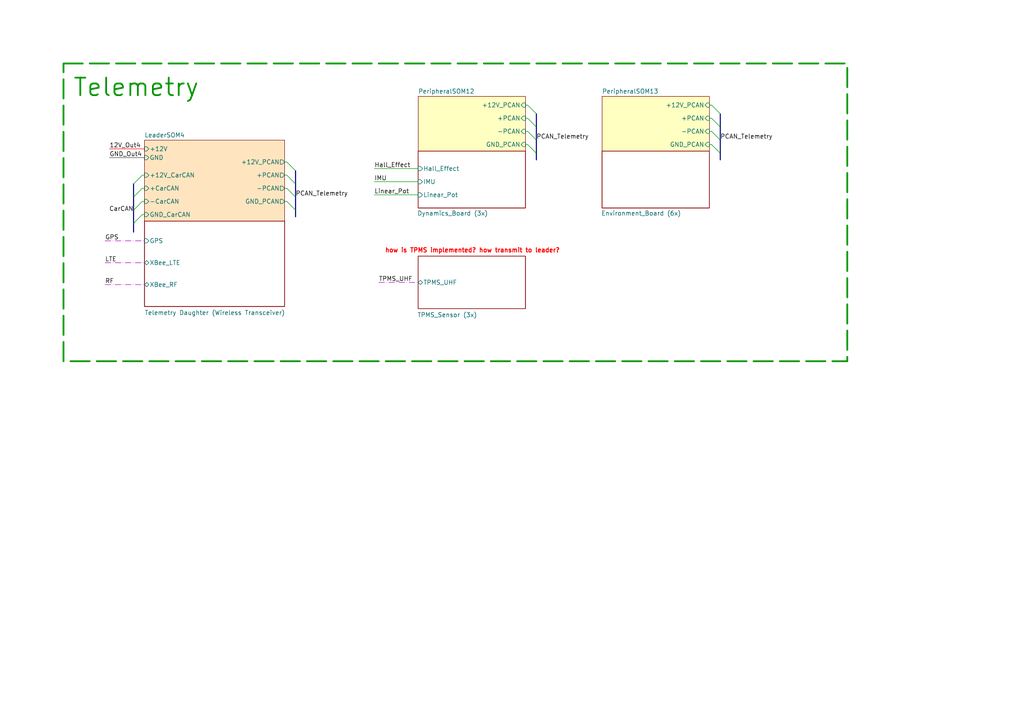
<source format=kicad_sch>
(kicad_sch
	(version 20250114)
	(generator "eeschema")
	(generator_version "9.0")
	(uuid "d893ef31-0b07-4cde-a9e1-7c4e4ab5bafc")
	(paper "A4")
	(lib_symbols)
	(rectangle
		(start 18.415 18.415)
		(end 245.745 104.775)
		(stroke
			(width 0.508)
			(type dash)
			(color 3 143 0 1)
		)
		(fill
			(type none)
		)
		(uuid 5a10ff8c-16bd-4720-98ef-343208b262f5)
	)
	(text "how is TPMS implemented? how transmit to leader?"
		(exclude_from_sim no)
		(at 137.033 72.771 0)
		(effects
			(font
				(size 1.27 1.27)
				(thickness 0.254)
				(bold yes)
				(color 254 0 0 1)
			)
		)
		(uuid "1c442ec6-43cb-4428-956c-9668909eccba")
	)
	(text "Telemetry"
		(exclude_from_sim no)
		(at 39.497 25.527 0)
		(effects
			(font
				(size 5.08 5.08)
				(thickness 0.508)
				(bold yes)
				(color 3 143 0 1)
			)
		)
		(uuid "eb376dc1-e288-4849-b41f-c9bf86cc1255")
	)
	(bus_entry
		(at 153.035 30.48)
		(size 2.54 2.54)
		(stroke
			(width 0)
			(type default)
		)
		(uuid "11c21524-0156-4ea9-a3b1-f7bef323baa5")
	)
	(bus_entry
		(at 38.735 60.96)
		(size 2.54 -2.54)
		(stroke
			(width 0)
			(type default)
		)
		(uuid "1b26485d-45b8-49af-981b-2218d5c5a5a2")
	)
	(bus_entry
		(at 206.375 34.29)
		(size 2.54 2.54)
		(stroke
			(width 0)
			(type default)
		)
		(uuid "2538ea3c-7a66-4c32-b6ac-4ebdc20ba695")
	)
	(bus_entry
		(at 153.035 41.91)
		(size 2.54 2.54)
		(stroke
			(width 0)
			(type default)
		)
		(uuid "2fa0395e-2f97-45db-a857-0dc91bd3876b")
	)
	(bus_entry
		(at 153.035 38.1)
		(size 2.54 2.54)
		(stroke
			(width 0)
			(type default)
		)
		(uuid "3543573c-f4c7-4054-bf88-42715e460224")
	)
	(bus_entry
		(at 83.185 54.61)
		(size 2.54 2.54)
		(stroke
			(width 0)
			(type default)
		)
		(uuid "3c8677e9-6d18-492e-adb0-8ef01ec9469a")
	)
	(bus_entry
		(at 38.735 57.15)
		(size 2.54 -2.54)
		(stroke
			(width 0)
			(type default)
		)
		(uuid "49326323-7c04-41a7-9ee1-cc09a1b21349")
	)
	(bus_entry
		(at 83.185 46.99)
		(size 2.54 2.54)
		(stroke
			(width 0)
			(type default)
		)
		(uuid "5758671c-d199-4fc7-9d11-c36fd57fe4a5")
	)
	(bus_entry
		(at 38.735 53.34)
		(size 2.54 -2.54)
		(stroke
			(width 0)
			(type default)
		)
		(uuid "624a3c53-b91e-4f3e-b7c0-5e4ef2d4bef9")
	)
	(bus_entry
		(at 153.035 34.29)
		(size 2.54 2.54)
		(stroke
			(width 0)
			(type default)
		)
		(uuid "7adb3b82-150f-49a6-a719-dccbc9b1a813")
	)
	(bus_entry
		(at 206.375 38.1)
		(size 2.54 2.54)
		(stroke
			(width 0)
			(type default)
		)
		(uuid "89244f88-f9bf-4be7-8703-22abc2c5b749")
	)
	(bus_entry
		(at 83.185 50.8)
		(size 2.54 2.54)
		(stroke
			(width 0)
			(type default)
		)
		(uuid "a15e4224-2c39-4a60-9060-0ea1953fe6b4")
	)
	(bus_entry
		(at 38.735 64.77)
		(size 2.54 -2.54)
		(stroke
			(width 0)
			(type default)
		)
		(uuid "ac4efa16-b12f-4dff-9aa2-40d1fcf24dd3")
	)
	(bus_entry
		(at 206.375 30.48)
		(size 2.54 2.54)
		(stroke
			(width 0)
			(type default)
		)
		(uuid "b3a95262-efb0-4ceb-8e79-6a674e87182e")
	)
	(bus_entry
		(at 206.375 41.91)
		(size 2.54 2.54)
		(stroke
			(width 0)
			(type default)
		)
		(uuid "b466d02a-3bc4-415b-a111-82f9beafc5c1")
	)
	(bus_entry
		(at 83.185 58.42)
		(size 2.54 2.54)
		(stroke
			(width 0)
			(type default)
		)
		(uuid "dcde43fa-f1bf-44e3-8cc9-793a3f31aaec")
	)
	(wire
		(pts
			(xy 82.55 54.61) (xy 83.185 54.61)
		)
		(stroke
			(width 0)
			(type default)
		)
		(uuid "0e3d3ca1-0978-44a2-930b-c1378fa3fa50")
	)
	(bus
		(pts
			(xy 38.735 60.96) (xy 38.735 64.77)
		)
		(stroke
			(width 0)
			(type default)
		)
		(uuid "123b44a2-befd-449e-9467-7f0e8c4846a4")
	)
	(bus
		(pts
			(xy 85.725 57.15) (xy 85.725 60.96)
		)
		(stroke
			(width 0)
			(type default)
		)
		(uuid "148441a4-4262-41aa-9d03-95d49436ff7a")
	)
	(bus
		(pts
			(xy 155.575 44.45) (xy 155.575 46.355)
		)
		(stroke
			(width 0)
			(type default)
		)
		(uuid "16969233-5280-4256-b478-f6884ed077e4")
	)
	(wire
		(pts
			(xy 41.275 54.61) (xy 41.91 54.61)
		)
		(stroke
			(width 0)
			(type default)
		)
		(uuid "17478d66-09c9-45b6-8984-16eb76cc7522")
	)
	(bus
		(pts
			(xy 85.725 53.34) (xy 85.725 57.15)
		)
		(stroke
			(width 0)
			(type default)
		)
		(uuid "1b3a01b9-4c37-4d72-857c-37cc87b67717")
	)
	(bus
		(pts
			(xy 38.735 57.15) (xy 38.735 60.96)
		)
		(stroke
			(width 0)
			(type default)
		)
		(uuid "1e2f33b4-1143-4937-b00f-87d6fb68438f")
	)
	(bus
		(pts
			(xy 208.915 44.45) (xy 208.915 46.355)
		)
		(stroke
			(width 0)
			(type default)
		)
		(uuid "2f6bee80-5526-45f1-b12a-7ec4ec12dc35")
	)
	(wire
		(pts
			(xy 108.585 56.515) (xy 121.285 56.515)
		)
		(stroke
			(width 0)
			(type default)
		)
		(uuid "3771301b-bbe0-47ec-9041-4364ae6383f5")
	)
	(bus
		(pts
			(xy 155.575 36.83) (xy 155.575 40.64)
		)
		(stroke
			(width 0)
			(type default)
		)
		(uuid "40bffe81-a009-4a32-b90f-e125d472ea07")
	)
	(wire
		(pts
			(xy 82.55 46.99) (xy 83.185 46.99)
		)
		(stroke
			(width 0)
			(type default)
		)
		(uuid "4721a4e0-14e8-4bb8-a3e0-d899545617e7")
	)
	(wire
		(pts
			(xy 108.585 48.895) (xy 121.285 48.895)
		)
		(stroke
			(width 0)
			(type default)
		)
		(uuid "474e8518-99dd-4837-b444-56b9364f3540")
	)
	(bus
		(pts
			(xy 85.725 60.96) (xy 85.725 62.865)
		)
		(stroke
			(width 0)
			(type default)
		)
		(uuid "4f50d8b1-7c4c-4b1d-9577-5aab43de04d9")
	)
	(bus
		(pts
			(xy 155.575 33.02) (xy 155.575 36.83)
		)
		(stroke
			(width 0)
			(type default)
		)
		(uuid "53b1a52d-d905-4029-b71f-cb056b39e2c0")
	)
	(wire
		(pts
			(xy 108.585 52.705) (xy 121.285 52.705)
		)
		(stroke
			(width 0)
			(type default)
		)
		(uuid "59f64d7d-51fa-40b7-9ec6-9c2530b166b6")
	)
	(wire
		(pts
			(xy 82.55 58.42) (xy 83.185 58.42)
		)
		(stroke
			(width 0)
			(type default)
		)
		(uuid "5d6532f1-b815-4804-b067-4e6d2bd0278f")
	)
	(wire
		(pts
			(xy 152.4 34.29) (xy 153.035 34.29)
		)
		(stroke
			(width 0)
			(type default)
		)
		(uuid "60432d56-179e-4970-a112-8df4835e1685")
	)
	(bus
		(pts
			(xy 155.575 40.64) (xy 155.575 44.45)
		)
		(stroke
			(width 0)
			(type default)
		)
		(uuid "6392057a-7e5a-4167-8084-a0b8e83f2bf5")
	)
	(wire
		(pts
			(xy 109.855 81.915) (xy 121.285 81.915)
		)
		(stroke
			(width 0)
			(type dash_dot)
			(color 180 0 181 1)
		)
		(uuid "663e280b-0833-42fc-96ff-4c0b66adf173")
	)
	(bus
		(pts
			(xy 208.915 40.64) (xy 208.915 44.45)
		)
		(stroke
			(width 0)
			(type default)
		)
		(uuid "6e1d9c30-97eb-4fe1-9d74-04a792b3aaf0")
	)
	(bus
		(pts
			(xy 85.725 49.53) (xy 85.725 53.34)
		)
		(stroke
			(width 0)
			(type default)
		)
		(uuid "7d293e45-1a4c-4800-b9f8-c5573dd5a3d4")
	)
	(wire
		(pts
			(xy 152.4 30.48) (xy 153.035 30.48)
		)
		(stroke
			(width 0)
			(type default)
		)
		(uuid "89c21967-20f3-448a-8206-29fcc4af1b0e")
	)
	(wire
		(pts
			(xy 152.4 38.1) (xy 153.035 38.1)
		)
		(stroke
			(width 0)
			(type default)
		)
		(uuid "906760ac-c890-46cd-95df-d385e02c8879")
	)
	(bus
		(pts
			(xy 208.915 33.02) (xy 208.915 36.83)
		)
		(stroke
			(width 0)
			(type default)
		)
		(uuid "96b036c5-6bd5-44c8-a5ac-2c3cc4d24c51")
	)
	(wire
		(pts
			(xy 205.74 38.1) (xy 206.375 38.1)
		)
		(stroke
			(width 0)
			(type default)
		)
		(uuid "9aefa8c1-b5f7-42e9-badc-60065945bc75")
	)
	(wire
		(pts
			(xy 82.55 50.8) (xy 83.185 50.8)
		)
		(stroke
			(width 0)
			(type default)
		)
		(uuid "a3dcb888-d462-42cd-b2fd-c5485b45fd42")
	)
	(wire
		(pts
			(xy 41.275 58.42) (xy 41.91 58.42)
		)
		(stroke
			(width 0)
			(type default)
		)
		(uuid "a45ba8cf-4875-4d1e-8e54-7606b90a2832")
	)
	(bus
		(pts
			(xy 208.915 36.83) (xy 208.915 40.64)
		)
		(stroke
			(width 0)
			(type default)
		)
		(uuid "a7404a64-d764-4992-bc1b-599a00bbc628")
	)
	(wire
		(pts
			(xy 30.48 82.55) (xy 41.91 82.55)
		)
		(stroke
			(width 0)
			(type dash_dot)
			(color 180 0 181 1)
		)
		(uuid "a8410924-969e-493e-9ea7-eaccef2deba4")
	)
	(wire
		(pts
			(xy 30.48 69.85) (xy 41.91 69.85)
		)
		(stroke
			(width 0)
			(type dash_dot)
			(color 180 0 181 1)
		)
		(uuid "a9d39958-b165-40fd-9743-95ef3fb7f16d")
	)
	(wire
		(pts
			(xy 30.48 76.2) (xy 41.91 76.2)
		)
		(stroke
			(width 0)
			(type dash_dot)
			(color 180 0 181 1)
		)
		(uuid "ac4da242-9b60-4faf-ab19-3457d16a6103")
	)
	(wire
		(pts
			(xy 41.275 50.8) (xy 41.91 50.8)
		)
		(stroke
			(width 0)
			(type default)
		)
		(uuid "b60a2142-464a-40c0-8048-1a98c9e39ca0")
	)
	(bus
		(pts
			(xy 38.735 53.34) (xy 38.735 57.15)
		)
		(stroke
			(width 0)
			(type default)
		)
		(uuid "c500315d-2d18-4197-a739-25c611cf0f2b")
	)
	(wire
		(pts
			(xy 41.275 62.23) (xy 41.91 62.23)
		)
		(stroke
			(width 0)
			(type default)
		)
		(uuid "c7e0910b-150a-4cd0-a756-07058d7e0a75")
	)
	(wire
		(pts
			(xy 31.75 43.18) (xy 41.91 43.18)
		)
		(stroke
			(width 0)
			(type default)
			(color 254 0 0 1)
		)
		(uuid "cb5eebdf-4c78-48df-8cb6-4ffa21e6748a")
	)
	(bus
		(pts
			(xy 38.735 64.77) (xy 38.735 67.31)
		)
		(stroke
			(width 0)
			(type default)
		)
		(uuid "cda3fbc9-8ec0-4374-8f77-5cd2ca43d58e")
	)
	(wire
		(pts
			(xy 205.74 41.91) (xy 206.375 41.91)
		)
		(stroke
			(width 0)
			(type default)
		)
		(uuid "dde8f35a-72b2-405b-bfe9-ba199d57db5c")
	)
	(wire
		(pts
			(xy 31.75 45.72) (xy 41.91 45.72)
		)
		(stroke
			(width 0)
			(type default)
			(color 72 72 72 1)
		)
		(uuid "e66253be-70d3-45d4-b02c-f28177c659c4")
	)
	(wire
		(pts
			(xy 152.4 41.91) (xy 153.035 41.91)
		)
		(stroke
			(width 0)
			(type default)
		)
		(uuid "eba8800d-c6fb-4f36-835c-762611730b26")
	)
	(wire
		(pts
			(xy 205.74 34.29) (xy 206.375 34.29)
		)
		(stroke
			(width 0)
			(type default)
		)
		(uuid "f1baae13-ec78-4da9-9ed3-a482f7d604f6")
	)
	(wire
		(pts
			(xy 205.74 30.48) (xy 206.375 30.48)
		)
		(stroke
			(width 0)
			(type default)
		)
		(uuid "f754accd-037f-41d8-a0f3-944d7f52e4ca")
	)
	(label "RF"
		(at 30.48 82.55 0)
		(effects
			(font
				(size 1.27 1.27)
			)
			(justify left bottom)
		)
		(uuid "16ea4bdb-399c-4c5c-89aa-71faeafc3001")
	)
	(label "Linear_Pot"
		(at 108.585 56.515 0)
		(effects
			(font
				(size 1.27 1.27)
			)
			(justify left bottom)
		)
		(uuid "1b3bb138-bc14-49f3-a640-716a25ff3537")
	)
	(label "PCAN_Telemetry"
		(at 155.575 40.64 0)
		(effects
			(font
				(size 1.27 1.27)
			)
			(justify left bottom)
		)
		(uuid "1eb9fc0f-6680-4891-974a-5e6770a9fd6f")
	)
	(label "12V_Out4"
		(at 31.75 43.18 0)
		(effects
			(font
				(size 1.27 1.27)
			)
			(justify left bottom)
		)
		(uuid "262ef4a8-0e02-486f-b0e7-b9300a8998f3")
	)
	(label "LTE"
		(at 30.48 76.2 0)
		(effects
			(font
				(size 1.27 1.27)
			)
			(justify left bottom)
		)
		(uuid "26d429d7-4229-4239-b440-e26c61825edd")
	)
	(label "CarCAN"
		(at 38.735 61.595 180)
		(effects
			(font
				(size 1.27 1.27)
			)
			(justify right bottom)
		)
		(uuid "37636f4a-5105-4b19-95f9-bff1262734b2")
	)
	(label "IMU"
		(at 108.585 52.705 0)
		(effects
			(font
				(size 1.27 1.27)
			)
			(justify left bottom)
		)
		(uuid "3afed2b9-aa50-4853-bd01-27de7b3ecd16")
	)
	(label "TPMS_UHF"
		(at 109.855 81.915 0)
		(effects
			(font
				(size 1.27 1.27)
			)
			(justify left bottom)
		)
		(uuid "8c5c7449-dad5-4ae1-afb6-1f3926911156")
	)
	(label "PCAN_Telemetry"
		(at 85.725 57.15 0)
		(effects
			(font
				(size 1.27 1.27)
			)
			(justify left bottom)
		)
		(uuid "cb64e7d1-c3b7-4c6e-9650-ed74375bf676")
	)
	(label "PCAN_Telemetry"
		(at 208.915 40.64 0)
		(effects
			(font
				(size 1.27 1.27)
			)
			(justify left bottom)
		)
		(uuid "cf61584c-73a2-4ee0-839e-aafebb8b9546")
	)
	(label "GND_Out4"
		(at 31.75 45.72 0)
		(effects
			(font
				(size 1.27 1.27)
			)
			(justify left bottom)
		)
		(uuid "d369708f-d42f-4255-865d-c5617400a075")
	)
	(label "GPS"
		(at 30.48 69.85 0)
		(effects
			(font
				(size 1.27 1.27)
			)
			(justify left bottom)
		)
		(uuid "e4aae40e-9eac-4023-a7a7-2c0b719c76ae")
	)
	(label "Hall_Effect"
		(at 108.585 48.895 0)
		(effects
			(font
				(size 1.27 1.27)
			)
			(justify left bottom)
		)
		(uuid "fab2712b-55db-4b65-866a-9e7975d35824")
	)
	(sheet
		(at 41.91 64.135)
		(size 40.64 24.765)
		(exclude_from_sim no)
		(in_bom yes)
		(on_board yes)
		(dnp no)
		(stroke
			(width 0.1524)
			(type solid)
		)
		(fill
			(color 0 0 0 0.0000)
		)
		(uuid "1963dda8-3167-4880-a118-e42a73e5d981")
		(property "Sheetname" "Telemetry Daughter (Wireless Transceiver)"
			(at 41.91 91.44 0)
			(effects
				(font
					(size 1.27 1.27)
				)
				(justify left bottom)
			)
		)
		(property "Sheetfile" "Telemetry_Daughter.kicad_sch"
			(at 41.91 95.1996 0)
			(effects
				(font
					(size 1.27 1.27)
				)
				(justify left top)
				(hide yes)
			)
		)
		(pin "GPS" input
			(at 41.91 69.85 180)
			(uuid "184359cd-b2d2-4b9b-aa0d-557697908369")
			(effects
				(font
					(size 1.27 1.27)
				)
				(justify left)
			)
		)
		(pin "XBee_LTE" bidirectional
			(at 41.91 76.2 180)
			(uuid "5a871261-8468-4140-9a78-b65a9c4afaa1")
			(effects
				(font
					(size 1.27 1.27)
				)
				(justify left)
			)
		)
		(pin "XBee_RF" bidirectional
			(at 41.91 82.55 180)
			(uuid "1e026e0f-6879-4ad1-9a24-ffe30a95e5a5")
			(effects
				(font
					(size 1.27 1.27)
				)
				(justify left)
			)
		)
		(instances
			(project "ElectricalSystem"
				(path "/7dc721ab-4b7a-42e7-8fa4-f406a2ddcd46/5a721d11-e386-4775-8355-110e518de743"
					(page "48")
				)
			)
		)
	)
	(sheet
		(at 174.625 27.94)
		(size 31.115 15.875)
		(exclude_from_sim no)
		(in_bom yes)
		(on_board yes)
		(dnp no)
		(fields_autoplaced yes)
		(stroke
			(width 0.1524)
			(type solid)
		)
		(fill
			(color 255 255 194 1.0000)
		)
		(uuid "2dd715f1-9d2b-40a6-9a34-0b400d1e0ed5")
		(property "Sheetname" "PeripheralSOM13"
			(at 174.625 27.2284 0)
			(effects
				(font
					(size 1.27 1.27)
				)
				(justify left bottom)
			)
		)
		(property "Sheetfile" "PeripheralSOM.kicad_sch"
			(at 174.625 44.3996 0)
			(effects
				(font
					(size 1.27 1.27)
				)
				(justify left top)
				(hide yes)
			)
		)
		(pin "+12V_PCAN" input
			(at 205.74 30.48 0)
			(uuid "69412620-d26b-41c0-9dd1-1f13ad5eabd4")
			(effects
				(font
					(size 1.27 1.27)
				)
				(justify right)
			)
		)
		(pin "GND_PCAN" input
			(at 205.74 41.91 0)
			(uuid "fd5f7ebf-af8e-4347-a7cb-0d53adf08af2")
			(effects
				(font
					(size 1.27 1.27)
				)
				(justify right)
			)
		)
		(pin "+PCAN" input
			(at 205.74 34.29 0)
			(uuid "d89b0f1a-a712-41df-a7de-64bd17f0daaa")
			(effects
				(font
					(size 1.27 1.27)
				)
				(justify right)
			)
		)
		(pin "-PCAN" input
			(at 205.74 38.1 0)
			(uuid "532cd5a1-ee10-4fe8-88a8-41d421667cf7")
			(effects
				(font
					(size 1.27 1.27)
				)
				(justify right)
			)
		)
		(instances
			(project "ElectricalSystem"
				(path "/7dc721ab-4b7a-42e7-8fa4-f406a2ddcd46/5a721d11-e386-4775-8355-110e518de743"
					(page "46")
				)
			)
		)
	)
	(sheet
		(at 121.285 27.94)
		(size 31.115 15.875)
		(exclude_from_sim no)
		(in_bom yes)
		(on_board yes)
		(dnp no)
		(fields_autoplaced yes)
		(stroke
			(width 0.1524)
			(type solid)
		)
		(fill
			(color 255 255 194 1.0000)
		)
		(uuid "47f56fba-9f77-4a41-9653-b967668152d4")
		(property "Sheetname" "PeripheralSOM12"
			(at 121.285 27.2284 0)
			(effects
				(font
					(size 1.27 1.27)
				)
				(justify left bottom)
			)
		)
		(property "Sheetfile" "PeripheralSOM.kicad_sch"
			(at 121.285 44.3996 0)
			(effects
				(font
					(size 1.27 1.27)
				)
				(justify left top)
				(hide yes)
			)
		)
		(pin "+12V_PCAN" input
			(at 152.4 30.48 0)
			(uuid "88131899-38d7-4a78-b210-f1a4e81e645e")
			(effects
				(font
					(size 1.27 1.27)
				)
				(justify right)
			)
		)
		(pin "GND_PCAN" input
			(at 152.4 41.91 0)
			(uuid "818a46f4-4ddf-4ccd-a496-b52b587e4786")
			(effects
				(font
					(size 1.27 1.27)
				)
				(justify right)
			)
		)
		(pin "+PCAN" input
			(at 152.4 34.29 0)
			(uuid "6aa2172e-7cde-4ea5-b121-df3843234fc0")
			(effects
				(font
					(size 1.27 1.27)
				)
				(justify right)
			)
		)
		(pin "-PCAN" input
			(at 152.4 38.1 0)
			(uuid "3ae3915c-b7f4-452b-9202-1bac6268afcd")
			(effects
				(font
					(size 1.27 1.27)
				)
				(justify right)
			)
		)
		(instances
			(project "ElectricalSystem"
				(path "/7dc721ab-4b7a-42e7-8fa4-f406a2ddcd46/5a721d11-e386-4775-8355-110e518de743"
					(page "45")
				)
			)
		)
	)
	(sheet
		(at 121.285 74.295)
		(size 31.115 15.24)
		(exclude_from_sim no)
		(in_bom yes)
		(on_board yes)
		(dnp no)
		(stroke
			(width 0.1524)
			(type solid)
		)
		(fill
			(color 0 0 0 0.0000)
		)
		(uuid "60a0ffa3-6fdf-4757-83c6-92b626c008df")
		(property "Sheetname" "TPMS_Sensor (3x)"
			(at 121.031 92.075 0)
			(effects
				(font
					(size 1.27 1.27)
				)
				(justify left bottom)
			)
		)
		(property "Sheetfile" "TPMS_Sensor.kicad_sch"
			(at 121.285 96.4696 0)
			(effects
				(font
					(size 1.27 1.27)
				)
				(justify left top)
				(hide yes)
			)
		)
		(pin "TPMS_UHF" bidirectional
			(at 121.285 81.915 180)
			(uuid "6f69cd4e-4c24-402f-80b5-117c64f80ac3")
			(effects
				(font
					(size 1.27 1.27)
				)
				(justify left)
			)
		)
		(instances
			(project "ElectricalSystem"
				(path "/7dc721ab-4b7a-42e7-8fa4-f406a2ddcd46/5a721d11-e386-4775-8355-110e518de743"
					(page "47")
				)
			)
		)
	)
	(sheet
		(at 121.285 43.815)
		(size 31.115 16.51)
		(exclude_from_sim no)
		(in_bom yes)
		(on_board yes)
		(dnp no)
		(stroke
			(width 0.1524)
			(type solid)
		)
		(fill
			(color 0 0 0 0.0000)
		)
		(uuid "89a03baf-a9b8-4ed0-8c4c-98d3b8a010cf")
		(property "Sheetname" "Dynamics_Board (3x)"
			(at 121.031 62.611 0)
			(effects
				(font
					(size 1.27 1.27)
				)
				(justify left bottom)
			)
		)
		(property "Sheetfile" "Dynamics_Board.kicad_sch"
			(at 121.285 65.9896 0)
			(effects
				(font
					(size 1.27 1.27)
				)
				(justify left top)
				(hide yes)
			)
		)
		(pin "Hall_Effect" input
			(at 121.285 48.895 180)
			(uuid "63e389ba-a859-4e81-a633-ac6951cbba6d")
			(effects
				(font
					(size 1.27 1.27)
				)
				(justify left)
			)
		)
		(pin "IMU" input
			(at 121.285 52.705 180)
			(uuid "a94066ff-36c1-4a2d-bd26-9101cadebb00")
			(effects
				(font
					(size 1.27 1.27)
				)
				(justify left)
			)
		)
		(pin "Linear_Pot" input
			(at 121.285 56.515 180)
			(uuid "321311bf-ddda-48c5-8e42-3d65885a582b")
			(effects
				(font
					(size 1.27 1.27)
				)
				(justify left)
			)
		)
		(instances
			(project "ElectricalSystem"
				(path "/7dc721ab-4b7a-42e7-8fa4-f406a2ddcd46/5a721d11-e386-4775-8355-110e518de743"
					(page "16")
				)
			)
		)
	)
	(sheet
		(at 41.91 40.64)
		(size 40.64 23.495)
		(exclude_from_sim no)
		(in_bom yes)
		(on_board yes)
		(dnp no)
		(stroke
			(width 0.1524)
			(type solid)
		)
		(fill
			(color 255 229 191 1.0000)
		)
		(uuid "bd04e6c9-2792-46dc-bb00-1a8eed475b85")
		(property "Sheetname" "LeaderSOM4"
			(at 41.91 39.9284 0)
			(effects
				(font
					(size 1.27 1.27)
				)
				(justify left bottom)
			)
		)
		(property "Sheetfile" "LeaderSOM.kicad_sch"
			(at 41.783 36.83 0)
			(effects
				(font
					(size 1.27 1.27)
				)
				(justify left top)
				(hide yes)
			)
		)
		(pin "+12V" input
			(at 41.91 43.18 180)
			(uuid "ab2eb58e-9460-4e40-b242-1e1575b22449")
			(effects
				(font
					(size 1.27 1.27)
				)
				(justify left)
			)
		)
		(pin "GND" input
			(at 41.91 45.72 180)
			(uuid "896eddf6-1caa-41fe-bf2d-132f77263cfc")
			(effects
				(font
					(size 1.27 1.27)
				)
				(justify left)
			)
		)
		(pin "+CarCAN" input
			(at 41.91 54.61 180)
			(uuid "c3ec4eb3-dc54-48e1-bfd5-1d2e5e2d03c3")
			(effects
				(font
					(size 1.27 1.27)
				)
				(justify left)
			)
		)
		(pin "-CarCAN" input
			(at 41.91 58.42 180)
			(uuid "3f753a41-d123-4b15-ae09-0c03b1a21339")
			(effects
				(font
					(size 1.27 1.27)
				)
				(justify left)
			)
		)
		(pin "GND_CarCAN" input
			(at 41.91 62.23 180)
			(uuid "c7c9249e-6dfb-49a6-a432-a0280b40130f")
			(effects
				(font
					(size 1.27 1.27)
				)
				(justify left)
			)
		)
		(pin "+12V_PCAN" output
			(at 82.55 46.99 0)
			(uuid "7c215418-efdc-4e99-ba09-3634980347f5")
			(effects
				(font
					(size 1.27 1.27)
				)
				(justify right)
			)
		)
		(pin "+PCAN" output
			(at 82.55 50.8 0)
			(uuid "b0111a33-2cc4-46ab-ae74-99678f780562")
			(effects
				(font
					(size 1.27 1.27)
				)
				(justify right)
			)
		)
		(pin "GND_PCAN" output
			(at 82.55 58.42 0)
			(uuid "0a42326b-7b1b-4d9c-a534-1dcb7d999dc9")
			(effects
				(font
					(size 1.27 1.27)
				)
				(justify right)
			)
		)
		(pin "-PCAN" output
			(at 82.55 54.61 0)
			(uuid "fb918474-dd73-4851-bf92-0bdb549e0c7c")
			(effects
				(font
					(size 1.27 1.27)
				)
				(justify right)
			)
		)
		(pin "+12V_CarCAN" input
			(at 41.91 50.8 180)
			(uuid "2b7ba47c-9a50-4659-881a-0e7b2619d2b0")
			(effects
				(font
					(size 1.27 1.27)
				)
				(justify left)
			)
		)
		(instances
			(project "ElectricalSystem"
				(path "/7dc721ab-4b7a-42e7-8fa4-f406a2ddcd46/5a721d11-e386-4775-8355-110e518de743"
					(page "43")
				)
			)
		)
	)
	(sheet
		(at 174.625 43.815)
		(size 31.115 16.51)
		(exclude_from_sim no)
		(in_bom yes)
		(on_board yes)
		(dnp no)
		(stroke
			(width 0.1524)
			(type solid)
		)
		(fill
			(color 0 0 0 0.0000)
		)
		(uuid "c826ace9-b0f7-492f-b882-9a3cb6c44868")
		(property "Sheetname" "Environment_Board (6x)"
			(at 174.371 62.611 0)
			(effects
				(font
					(size 1.27 1.27)
				)
				(justify left bottom)
			)
		)
		(property "Sheetfile" "Environment_Board.kicad_sch"
			(at 174.625 65.9896 0)
			(effects
				(font
					(size 1.27 1.27)
				)
				(justify left top)
				(hide yes)
			)
		)
		(instances
			(project "ElectricalSystem"
				(path "/7dc721ab-4b7a-42e7-8fa4-f406a2ddcd46/5a721d11-e386-4775-8355-110e518de743"
					(page "42")
				)
			)
		)
	)
)

</source>
